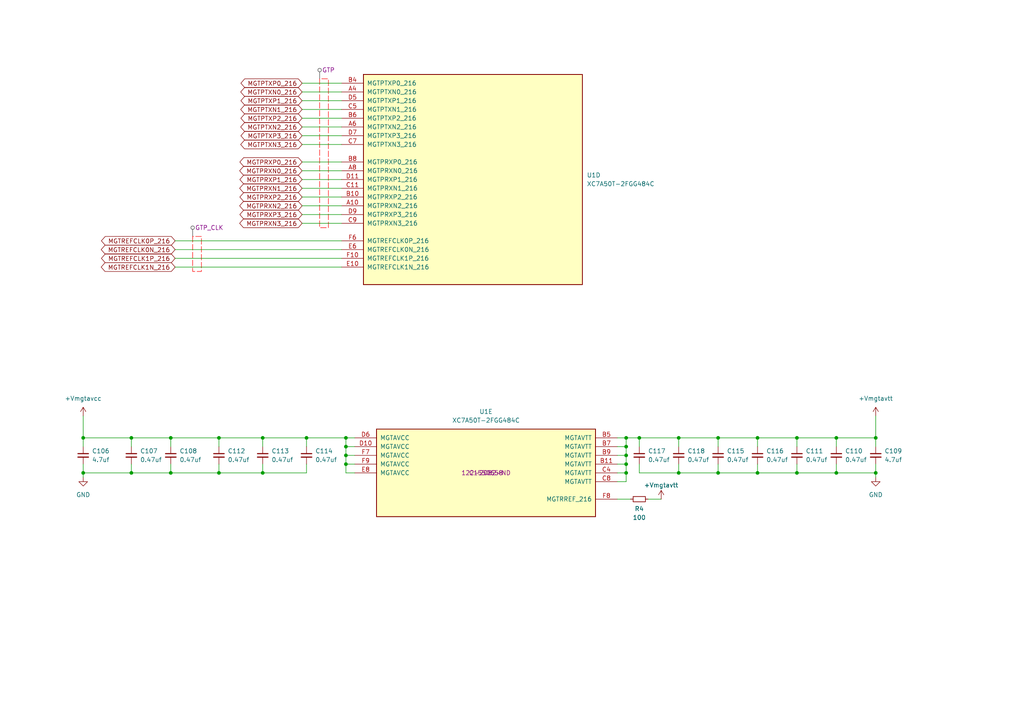
<source format=kicad_sch>
(kicad_sch (version 20250114) (generator "eeschema") (generator_version "9.0")
  (paper "A4")
  (junction (at 38.1 137.16))
  (junction (at 24.13 127))
  (junction (at 38.1 127))
  (junction (at 181.61 134.62))
  (junction (at 24.13 137.16))
  (junction (at 196.85 137.16))
  (junction (at 49.53 127))
  (junction (at 49.53 137.16))
  (junction (at 242.57 127))
  (junction (at 185.42 127))
  (junction (at 88.9 127))
  (junction (at 196.85 127))
  (junction (at 100.33 132.08))
  (junction (at 231.14 137.16))
  (junction (at 219.71 137.16))
  (junction (at 181.61 127))
  (junction (at 254 127))
  (junction (at 63.5 137.16))
  (junction (at 242.57 137.16))
  (junction (at 208.28 137.16))
  (junction (at 63.5 127))
  (junction (at 100.33 127))
  (junction (at 254 137.16))
  (junction (at 100.33 129.54))
  (junction (at 76.2 127))
  (junction (at 219.71 127))
  (junction (at 76.2 137.16))
  (junction (at 231.14 127))
  (junction (at 181.61 129.54))
  (junction (at 208.28 127))
  (junction (at 181.61 137.16))
  (junction (at 181.61 132.08))
  (junction (at 100.33 134.62))
  (wire (pts (xy 254 127) (xy 254 129.54)))
  (wire (pts (xy 99.06 72.39) (xy 50.8 72.39)))
  (wire (pts (xy 100.33 134.62) (xy 100.33 132.08)))
  (wire (pts (xy 196.85 134.62) (xy 196.85 137.16)))
  (wire (pts (xy 100.33 129.54) (xy 100.33 127)))
  (wire (pts (xy 196.85 127) (xy 196.85 129.54)))
  (wire (pts (xy 49.53 134.62) (xy 49.53 137.16)))
  (wire (pts (xy 99.06 39.37) (xy 87.63 39.37)))
  (wire (pts (xy 76.2 134.62) (xy 76.2 137.16)))
  (wire (pts (xy 88.9 127) (xy 100.33 127)))
  (wire (pts (xy 179.07 132.08) (xy 181.61 132.08)))
  (wire (pts (xy 76.2 127) (xy 88.9 127)))
  (wire (pts (xy 179.07 127) (xy 181.61 127)))
  (wire (pts (xy 99.06 62.23) (xy 87.63 62.23)))
  (wire (pts (xy 231.14 129.54) (xy 231.14 127)))
  (wire (pts (xy 99.06 34.29) (xy 87.63 34.29)))
  (wire (pts (xy 38.1 137.16) (xy 49.53 137.16)))
  (wire (pts (xy 49.53 127) (xy 49.53 129.54)))
  (wire (pts (xy 185.42 129.54) (xy 185.42 127)))
  (wire (pts (xy 99.06 74.93) (xy 50.8 74.93)))
  (wire (pts (xy 219.71 127) (xy 231.14 127)))
  (wire (pts (xy 99.06 64.77) (xy 87.63 64.77)))
  (wire (pts (xy 208.28 134.62) (xy 208.28 137.16)))
  (wire (pts (xy 219.71 127) (xy 219.71 129.54)))
  (wire (pts (xy 179.07 137.16) (xy 181.61 137.16)))
  (wire (pts (xy 99.06 29.21) (xy 87.63 29.21)))
  (wire (pts (xy 24.13 137.16) (xy 24.13 138.43)))
  (wire (pts (xy 99.06 77.47) (xy 50.8 77.47)))
  (wire (pts (xy 99.06 49.53) (xy 87.63 49.53)))
  (wire (pts (xy 100.33 132.08) (xy 102.87 132.08)))
  (wire (pts (xy 181.61 137.16) (xy 181.61 134.62)))
  (wire (pts (xy 63.5 137.16) (xy 76.2 137.16)))
  (wire (pts (xy 181.61 127) (xy 185.42 127)))
  (wire (pts (xy 196.85 137.16) (xy 208.28 137.16)))
  (wire (pts (xy 24.13 134.62) (xy 24.13 137.16)))
  (wire (pts (xy 99.06 46.99) (xy 87.63 46.99)))
  (wire (pts (xy 208.28 127) (xy 208.28 129.54)))
  (wire (pts (xy 179.07 134.62) (xy 181.61 134.62)))
  (wire (pts (xy 38.1 127) (xy 49.53 127)))
  (wire (pts (xy 99.06 26.67) (xy 87.63 26.67)))
  (wire (pts (xy 187.96 144.78) (xy 191.77 144.78)))
  (wire (pts (xy 208.28 127) (xy 219.71 127)))
  (wire (pts (xy 99.06 41.91) (xy 87.63 41.91)))
  (wire (pts (xy 242.57 134.62) (xy 242.57 137.16)))
  (wire (pts (xy 38.1 137.16) (xy 24.13 137.16)))
  (wire (pts (xy 99.06 69.85) (xy 50.8 69.85)))
  (wire (pts (xy 88.9 129.54) (xy 88.9 127)))
  (wire (pts (xy 231.14 134.62) (xy 231.14 137.16)))
  (wire (pts (xy 24.13 127) (xy 38.1 127)))
  (wire (pts (xy 181.61 139.7) (xy 181.61 137.16)))
  (wire (pts (xy 49.53 127) (xy 63.5 127)))
  (wire (pts (xy 179.07 139.7) (xy 181.61 139.7)))
  (wire (pts (xy 99.06 54.61) (xy 87.63 54.61)))
  (wire (pts (xy 100.33 127) (xy 102.87 127)))
  (wire (pts (xy 179.07 129.54) (xy 181.61 129.54)))
  (wire (pts (xy 181.61 132.08) (xy 181.61 129.54)))
  (wire (pts (xy 38.1 127) (xy 38.1 129.54)))
  (wire (pts (xy 99.06 24.13) (xy 87.63 24.13)))
  (wire (pts (xy 185.42 127) (xy 196.85 127)))
  (wire (pts (xy 242.57 127) (xy 254 127)))
  (wire (pts (xy 24.13 120.65) (xy 24.13 127)))
  (wire (pts (xy 254 134.62) (xy 254 137.16)))
  (wire (pts (xy 99.06 59.69) (xy 87.63 59.69)))
  (wire (pts (xy 231.14 127) (xy 242.57 127)))
  (wire (pts (xy 63.5 134.62) (xy 63.5 137.16)))
  (wire (pts (xy 242.57 127) (xy 242.57 129.54)))
  (wire (pts (xy 231.14 137.16) (xy 242.57 137.16)))
  (wire (pts (xy 185.42 134.62) (xy 185.42 137.16)))
  (wire (pts (xy 185.42 137.16) (xy 196.85 137.16)))
  (wire (pts (xy 242.57 137.16) (xy 254 137.16)))
  (wire (pts (xy 100.33 137.16) (xy 100.33 134.62)))
  (wire (pts (xy 100.33 129.54) (xy 102.87 129.54)))
  (wire (pts (xy 219.71 134.62) (xy 219.71 137.16)))
  (wire (pts (xy 24.13 129.54) (xy 24.13 127)))
  (wire (pts (xy 181.61 129.54) (xy 181.61 127)))
  (wire (pts (xy 76.2 137.16) (xy 88.9 137.16)))
  (wire (pts (xy 100.33 134.62) (xy 102.87 134.62)))
  (wire (pts (xy 179.07 144.78) (xy 182.88 144.78)))
  (wire (pts (xy 99.06 57.15) (xy 87.63 57.15)))
  (wire (pts (xy 49.53 137.16) (xy 63.5 137.16)))
  (wire (pts (xy 63.5 127) (xy 63.5 129.54)))
  (wire (pts (xy 99.06 31.75) (xy 87.63 31.75)))
  (wire (pts (xy 102.87 137.16) (xy 100.33 137.16)))
  (wire (pts (xy 99.06 52.07) (xy 87.63 52.07)))
  (wire (pts (xy 219.71 137.16) (xy 231.14 137.16)))
  (wire (pts (xy 254 120.65) (xy 254 127)))
  (wire (pts (xy 181.61 134.62) (xy 181.61 132.08)))
  (wire (pts (xy 88.9 137.16) (xy 88.9 134.62)))
  (wire (pts (xy 100.33 132.08) (xy 100.33 129.54)))
  (wire (pts (xy 196.85 127) (xy 208.28 127)))
  (wire (pts (xy 208.28 137.16) (xy 219.71 137.16)))
  (wire (pts (xy 63.5 127) (xy 76.2 127)))
  (wire (pts (xy 99.06 36.83) (xy 87.63 36.83)))
  (wire (pts (xy 254 137.16) (xy 254 138.43)))
  (wire (pts (xy 38.1 134.62) (xy 38.1 137.16)))
  (wire (pts (xy 76.2 127) (xy 76.2 129.54)))
  (global_label "MGTREFCLK1N_216" (shape bidirectional) (at 50.8 77.47 180) (property "Intersheetrefs" "${INTERSHEET_REFS}" (effects (hide yes))))
  (global_label "MGTPTXP1_216" (shape bidirectional) (at 87.63 29.21 180) (property "Intersheetrefs" "${INTERSHEET_REFS}" (effects (hide yes))))
  (global_label "MGTPRXN3_216" (shape bidirectional) (at 87.63 64.77 180) (property "Intersheetrefs" "${INTERSHEET_REFS}" (effects (hide yes))))
  (global_label "MGTPTXN1_216" (shape bidirectional) (at 87.63 31.75 180) (property "Intersheetrefs" "${INTERSHEET_REFS}" (effects (hide yes))))
  (global_label "MGTPTXN0_216" (shape bidirectional) (at 87.63 26.67 180) (property "Intersheetrefs" "${INTERSHEET_REFS}" (effects (hide yes))))
  (global_label "MGTREFCLK1P_216" (shape bidirectional) (at 50.8 74.93 180) (property "Intersheetrefs" "${INTERSHEET_REFS}" (effects (hide yes))))
  (global_label "MGTPTXP3_216" (shape bidirectional) (at 87.63 39.37 180) (property "Intersheetrefs" "${INTERSHEET_REFS}" (effects (hide yes))))
  (global_label "MGTPRXP0_216" (shape bidirectional) (at 87.63 46.99 180) (property "Intersheetrefs" "${INTERSHEET_REFS}" (effects (hide yes))))
  (global_label "MGTPTXP2_216" (shape bidirectional) (at 87.63 34.29 180) (property "Intersheetrefs" "${INTERSHEET_REFS}" (effects (hide yes))))
  (global_label "MGTPRXN1_216" (shape bidirectional) (at 87.63 54.61 180) (property "Intersheetrefs" "${INTERSHEET_REFS}" (effects (hide yes))))
  (global_label "MGTPRXP3_216" (shape bidirectional) (at 87.63 62.23 180) (property "Intersheetrefs" "${INTERSHEET_REFS}" (effects (hide yes))))
  (global_label "MGTPTXP0_216" (shape bidirectional) (at 87.63 24.13 180) (property "Intersheetrefs" "${INTERSHEET_REFS}" (effects (hide yes))))
  (global_label "MGTREFCLK0N_216" (shape bidirectional) (at 50.8 72.39 180) (property "Intersheetrefs" "${INTERSHEET_REFS}" (effects (hide yes))))
  (global_label "MGTPTXN3_216" (shape bidirectional) (at 87.63 41.91 180) (property "Intersheetrefs" "${INTERSHEET_REFS}" (effects (hide yes))))
  (global_label "MGTREFCLK0P_216" (shape bidirectional) (at 50.8 69.85 180) (property "Intersheetrefs" "${INTERSHEET_REFS}" (effects (hide yes))))
  (global_label "MGTPRXP1_216" (shape bidirectional) (at 87.63 52.07 180) (property "Intersheetrefs" "${INTERSHEET_REFS}" (effects (hide yes))))
  (global_label "MGTPRXN2_216" (shape bidirectional) (at 87.63 59.69 180) (property "Intersheetrefs" "${INTERSHEET_REFS}" (effects (hide yes))))
  (global_label "MGTPTXN2_216" (shape bidirectional) (at 87.63 36.83 180) (property "Intersheetrefs" "${INTERSHEET_REFS}" (effects (hide yes))))
  (global_label "MGTPRXN0_216" (shape bidirectional) (at 87.63 49.53 180) (property "Intersheetrefs" "${INTERSHEET_REFS}" (effects (hide yes))))
  (global_label "MGTPRXP2_216" (shape bidirectional) (at 87.63 57.15 180) (property "Intersheetrefs" "${INTERSHEET_REFS}" (effects (hide yes))))
  (rule_area (polyline (pts (xy 92.71 22.86) (xy 92.71 66.04) (xy 95.25 66.04) (xy 95.25 22.86)) (stroke (width 0) (type dash))))
  (rule_area (polyline (pts (xy 55.88 68.58) (xy 55.88 78.74) (xy 58.42 78.74) (xy 58.42 68.58)) (stroke (width 0) (type dash))))
  (netclass_flag "" (length 2.54) (shape round) (at 55.88 68.58 0) (property "Netclass" "GTP_CLK" (at 56.5785 66.04 0) (effects (justify left))))
  (netclass_flag "" (length 2.54) (shape round) (at 92.71 22.86 0) (property "Netclass" "GTP" (at 93.4085 20.32 0) (effects (justify left))))
  (symbol (lib_id "!Misc:C_0.47uf_0201") (at 185.42 132.08 0) (unit 1)
    (property "Reference" "C117" (at 187.96 130.8162 0) (effects (justify left)))
    (property "Value" "0.47uf" (at 187.96 133.3562 0) (effects (justify left)))
    (property "Footprint" "Capacitor_SMD:C_0201_0603Metric" (effects (hide yes)))
    (property "Description" "Unpolarized capacitor 0.47uf 0201" (effects (hide yes)))
    (property "LCSC Part #" "C318543" (effects (hide yes)))
    (property "Digi-Key Part Number" "1276-1337-1-ND" (effects (hide yes)))
  )
  (symbol (lib_id "!Misc:C_0.47uf_0201") (at 231.14 132.08 0) (unit 1)
    (property "Reference" "C111" (at 233.68 130.8162 0) (effects (justify left)))
    (property "Value" "0.47uf" (at 233.68 133.3562 0) (effects (justify left)))
    (property "Footprint" "Capacitor_SMD:C_0201_0603Metric" (effects (hide yes)))
    (property "Description" "Unpolarized capacitor 0.47uf 0201" (effects (hide yes)))
    (property "LCSC Part #" "C318543" (effects (hide yes)))
    (property "Digi-Key Part Number" "1276-1337-1-ND" (effects (hide yes)))
  )
  (symbol (lib_id "!Misc:C_0.47uf_0201") (at 242.57 132.08 0) (unit 1)
    (property "Reference" "C110" (at 245.11 130.8162 0) (effects (justify left)))
    (property "Value" "0.47uf" (at 245.11 133.3562 0) (effects (justify left)))
    (property "Footprint" "Capacitor_SMD:C_0201_0603Metric" (effects (hide yes)))
    (property "Description" "Unpolarized capacitor 0.47uf 0201" (effects (hide yes)))
    (property "LCSC Part #" "C318543" (effects (hide yes)))
    (property "Digi-Key Part Number" "1276-1337-1-ND" (effects (hide yes)))
  )
  (symbol (lib_id "power:GND") (at 254 138.43 0) (unit 1)
    (property "Reference" "#PWR035" (effects (hide yes)))
    (property "Value" "GND" (at 254 143.51 0))
    (property "Description" "Power symbol creates a global label with name \"GND\" , ground" (effects (hide yes)))
  )
  (symbol (lib_id "power:+1V0") (at 24.13 120.65 0) (unit 1)
    (property "Reference" "#PWR087" (effects (hide yes)))
    (property "Value" "+Vmgtavcc" (at 24.13 115.57 0))
    (property "Description" "Power symbol creates a global label with name \"+1V0\"" (effects (hide yes)))
  )
  (symbol (lib_id "!Misc:C_0.47uf_0201") (at 38.1 132.08 0) (unit 1)
    (property "Reference" "C107" (at 40.64 130.8162 0) (effects (justify left)))
    (property "Value" "0.47uf" (at 40.64 133.3562 0) (effects (justify left)))
    (property "Footprint" "Capacitor_SMD:C_0201_0603Metric" (effects (hide yes)))
    (property "Description" "Unpolarized capacitor 0.47uf 0201" (effects (hide yes)))
    (property "LCSC Part #" "C318543" (effects (hide yes)))
    (property "Digi-Key Part Number" "1276-1337-1-ND" (effects (hide yes)))
  )
  (symbol (lib_id "!Misc:C_0.47uf_0201") (at 196.85 132.08 0) (unit 1)
    (property "Reference" "C118" (at 199.39 130.8162 0) (effects (justify left)))
    (property "Value" "0.47uf" (at 199.39 133.3562 0) (effects (justify left)))
    (property "Footprint" "Capacitor_SMD:C_0201_0603Metric" (effects (hide yes)))
    (property "Description" "Unpolarized capacitor 0.47uf 0201" (effects (hide yes)))
    (property "LCSC Part #" "C318543" (effects (hide yes)))
    (property "Digi-Key Part Number" "1276-1337-1-ND" (effects (hide yes)))
  )
  (symbol (lib_id "power:+1V0") (at 254 120.65 0) (unit 1)
    (property "Reference" "#PWR088" (effects (hide yes)))
    (property "Value" "+Vmgtavtt" (at 254 115.57 0))
    (property "Description" "Power symbol creates a global label with name \"+1V0\"" (effects (hide yes)))
  )
  (symbol (lib_id "!Xilinx:XC7A50T-FGG484") (at 137.16 52.07 0) (unit 4)
    (property "Reference" "U1" (at 170.18 50.7999 0) (effects (justify left)))
    (property "Value" "XC7A50T-2FGG484C" (at 170.18 53.3399 0) (effects (justify left)))
    (property "Footprint" "!Xilinx:Xilinx_FGG484" (effects (hide yes)))
    (property "Description" "XC7A50T-2FGG484C" (effects (hide yes)))
    (property "LCSC Part #" "C1550658" (effects (hide yes)))
    (property "Digi-Key Part Number" "122-2082-ND" (effects (hide yes)))
  )
  (symbol (lib_id "power:GND") (at 24.13 138.43 0) (unit 1)
    (property "Reference" "#PWR030" (effects (hide yes)))
    (property "Value" "GND" (at 24.13 143.51 0))
    (property "Description" "Power symbol creates a global label with name \"GND\" , ground" (effects (hide yes)))
  )
  (symbol (lib_id "!Misc:C_0.47uf_0201") (at 88.9 132.08 0) (unit 1)
    (property "Reference" "C114" (at 91.44 130.8162 0) (effects (justify left)))
    (property "Value" "0.47uf" (at 91.44 133.3562 0) (effects (justify left)))
    (property "Footprint" "Capacitor_SMD:C_0201_0603Metric" (effects (hide yes)))
    (property "Description" "Unpolarized capacitor 0.47uf 0201" (effects (hide yes)))
    (property "LCSC Part #" "C318543" (effects (hide yes)))
    (property "Digi-Key Part Number" "1276-1337-1-ND" (effects (hide yes)))
  )
  (symbol (lib_id "!Misc:C_0.47uf_0201") (at 76.2 132.08 0) (unit 1)
    (property "Reference" "C113" (at 78.74 130.8162 0) (effects (justify left)))
    (property "Value" "0.47uf" (at 78.74 133.3562 0) (effects (justify left)))
    (property "Footprint" "Capacitor_SMD:C_0201_0603Metric" (effects (hide yes)))
    (property "Description" "Unpolarized capacitor 0.47uf 0201" (effects (hide yes)))
    (property "LCSC Part #" "C318543" (effects (hide yes)))
    (property "Digi-Key Part Number" "1276-1337-1-ND" (effects (hide yes)))
  )
  (symbol (lib_id "!Misc:C_0.47uf_0201") (at 219.71 132.08 0) (unit 1)
    (property "Reference" "C116" (at 222.25 130.8162 0) (effects (justify left)))
    (property "Value" "0.47uf" (at 222.25 133.3562 0) (effects (justify left)))
    (property "Footprint" "Capacitor_SMD:C_0201_0603Metric" (effects (hide yes)))
    (property "Description" "Unpolarized capacitor 0.47uf 0201" (effects (hide yes)))
    (property "LCSC Part #" "C318543" (effects (hide yes)))
    (property "Digi-Key Part Number" "1276-1337-1-ND" (effects (hide yes)))
  )
  (symbol (lib_id "!Misc:C_0.47uf_0201") (at 208.28 132.08 0) (unit 1)
    (property "Reference" "C115" (at 210.82 130.8162 0) (effects (justify left)))
    (property "Value" "0.47uf" (at 210.82 133.3562 0) (effects (justify left)))
    (property "Footprint" "Capacitor_SMD:C_0201_0603Metric" (effects (hide yes)))
    (property "Description" "Unpolarized capacitor 0.47uf 0201" (effects (hide yes)))
    (property "LCSC Part #" "C318543" (effects (hide yes)))
    (property "Digi-Key Part Number" "1276-1337-1-ND" (effects (hide yes)))
  )
  (symbol (lib_id "!Misc:C_0.47uf_0201") (at 63.5 132.08 0) (unit 1)
    (property "Reference" "C112" (at 66.04 130.8162 0) (effects (justify left)))
    (property "Value" "0.47uf" (at 66.04 133.3562 0) (effects (justify left)))
    (property "Footprint" "Capacitor_SMD:C_0201_0603Metric" (effects (hide yes)))
    (property "Description" "Unpolarized capacitor 0.47uf 0201" (effects (hide yes)))
    (property "LCSC Part #" "C318543" (effects (hide yes)))
    (property "Digi-Key Part Number" "1276-1337-1-ND" (effects (hide yes)))
  )
  (symbol (lib_id "!Misc:C_4.7uf_0805") (at 254 132.08 0) (unit 1)
    (property "Reference" "C109" (at 256.54 130.8162 0) (effects (justify left)))
    (property "Value" "4.7uf" (at 256.54 133.3562 0) (effects (justify left)))
    (property "Footprint" "Capacitor_SMD:C_0805_2012Metric" (effects (hide yes)))
    (property "Description" "Unpolarized capacitor 4.7uf 0805" (effects (hide yes)))
    (property "LCSC Part #" "C1779" (effects (hide yes)))
    (property "Digi-Key Part Number" "1276-1244-1-ND" (effects (hide yes)))
  )
  (symbol (lib_id "!Xilinx:XC7A50T-FGG484") (at 140.97 137.16 0) (unit 5)
    (property "Reference" "U1" (at 140.97 119.38 0))
    (property "Value" "XC7A50T-2FGG484C" (at 140.97 121.92 0))
    (property "Footprint" "!Xilinx:Xilinx_FGG484" (effects (hide yes)))
    (property "Description" "XC7A50T-2FGG484C" (effects (hide yes)))
    (property "LCSC Part #" "C1550658" (at 140.97 137.16 0))
    (property "Digi-Key Part Number" "122-2082-ND" (at 140.97 137.16 0))
  )
  (symbol (lib_id "power:+1V0") (at 191.77 144.78 0) (unit 1)
    (property "Reference" "#PWR0125" (effects (hide yes)))
    (property "Value" "+Vmgtavtt" (at 191.77 140.716 0))
    (property "Description" "Power symbol creates a global label with name \"+1V0\"" (effects (hide yes)))
  )
  (symbol (lib_id "!Misc:R_100_0201") (at 185.42 144.78 270) (unit 1)
    (property "Reference" "R4" (at 185.42 147.574 90))
    (property "Value" "100" (at 185.42 150.114 90))
    (property "Footprint" "Resistor_SMD:R_0201_0603Metric" (effects (hide yes)))
    (property "Description" "100ohm 0201 Resistor" (effects (hide yes)))
    (property "LCSC Part #" "C270366" (effects (hide yes)))
    (property "Digi-Key Part Number" "118-CR0201-FW-1000GLFCT-ND" (effects (hide yes)))
  )
  (symbol (lib_id "!Misc:C_4.7uf_0805") (at 24.13 132.08 0) (unit 1)
    (property "Reference" "C106" (at 26.67 130.8162 0) (effects (justify left)))
    (property "Value" "4.7uf" (at 26.67 133.3562 0) (effects (justify left)))
    (property "Footprint" "Capacitor_SMD:C_0805_2012Metric" (effects (hide yes)))
    (property "Description" "Unpolarized capacitor 4.7uf 0805" (effects (hide yes)))
    (property "LCSC Part #" "C1779" (effects (hide yes)))
    (property "Digi-Key Part Number" "1276-1244-1-ND" (effects (hide yes)))
  )
  (symbol (lib_id "!Misc:C_0.47uf_0201") (at 49.53 132.08 0) (unit 1)
    (property "Reference" "C108" (at 52.07 130.8162 0) (effects (justify left)))
    (property "Value" "0.47uf" (at 52.07 133.3562 0) (effects (justify left)))
    (property "Footprint" "Capacitor_SMD:C_0201_0603Metric" (effects (hide yes)))
    (property "Description" "Unpolarized capacitor 0.47uf 0201" (effects (hide yes)))
    (property "LCSC Part #" "C318543" (effects (hide yes)))
    (property "Digi-Key Part Number" "1276-1337-1-ND" (effects (hide yes)))
  )
)
</source>
